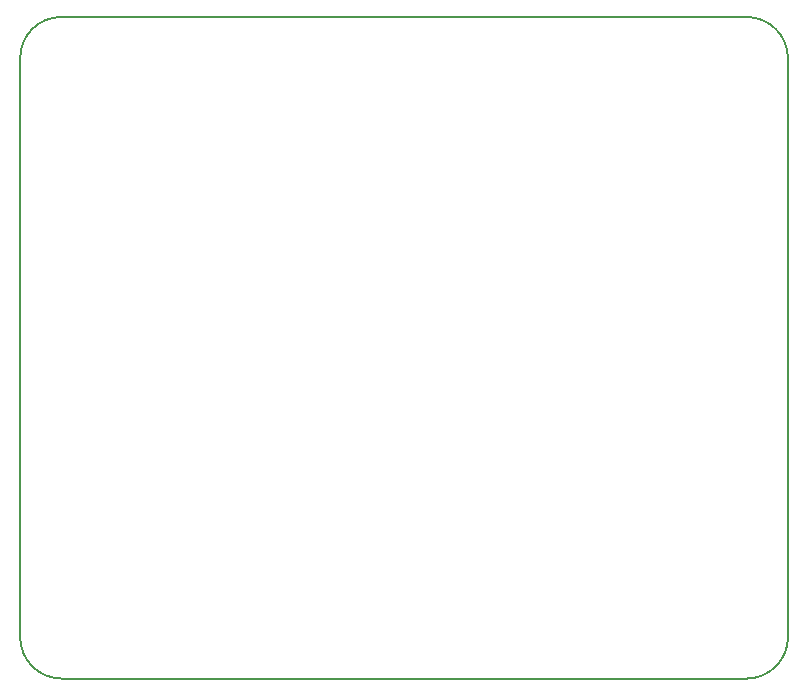
<source format=gko>
G04*
G04 #@! TF.GenerationSoftware,Altium Limited,Altium Designer,18.0.7 (293)*
G04*
G04 Layer_Color=16711935*
%FSLAX25Y25*%
%MOIN*%
G70*
G01*
G75*
%ADD86C,0.00600*%
D86*
X357146Y307900D02*
G03*
X343333Y321713I-13800J13D01*
G01*
X343549Y101201D02*
G03*
X357147Y115014I-203J13799D01*
G01*
X101201Y114797D02*
G03*
X115014Y101200I13799J203D01*
G01*
X114711Y321712D02*
G03*
X101200Y307987I202J-13712D01*
G01*
X115014Y101200D02*
X343333D01*
X101200Y115014D02*
Y308000D01*
X114913Y321700D02*
X343346D01*
X357100Y114967D02*
Y307946D01*
M02*

</source>
